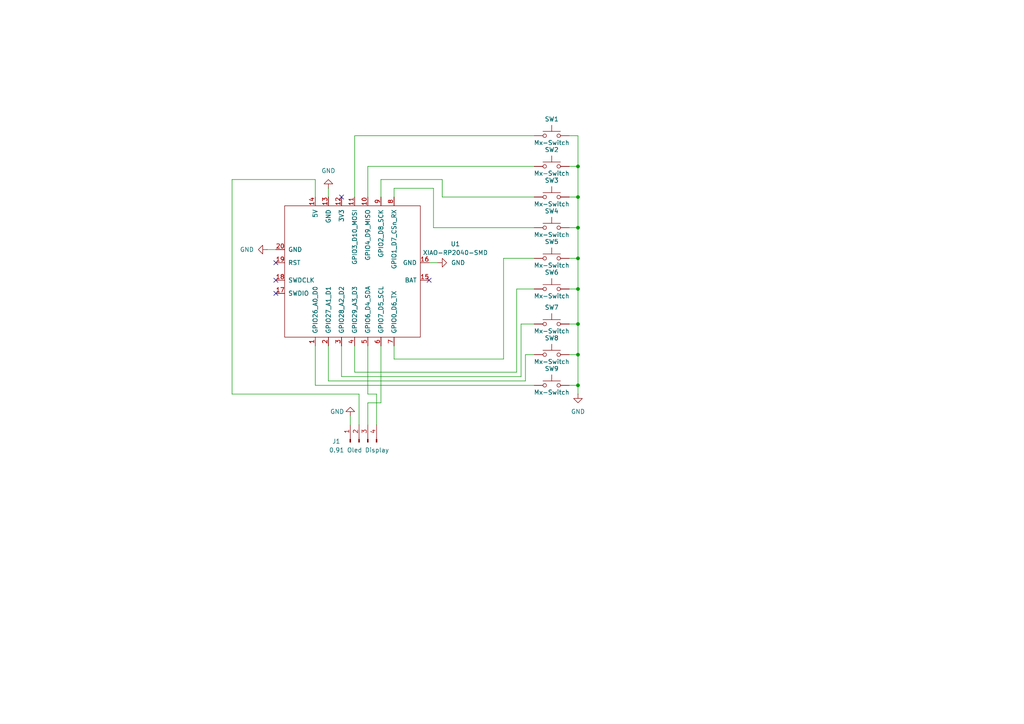
<source format=kicad_sch>
(kicad_sch
	(version 20250114)
	(generator "eeschema")
	(generator_version "9.0")
	(uuid "ed545af6-3b85-4e5b-aa49-287b8c369449")
	(paper "A4")
	(lib_symbols
		(symbol "Connector:Conn_01x04_Pin"
			(pin_names
				(offset 1.016)
				(hide yes)
			)
			(exclude_from_sim no)
			(in_bom yes)
			(on_board yes)
			(property "Reference" "J"
				(at 0 5.08 0)
				(effects
					(font
						(size 1.27 1.27)
					)
				)
			)
			(property "Value" "Conn_01x04_Pin"
				(at 0 -7.62 0)
				(effects
					(font
						(size 1.27 1.27)
					)
				)
			)
			(property "Footprint" ""
				(at 0 0 0)
				(effects
					(font
						(size 1.27 1.27)
					)
					(hide yes)
				)
			)
			(property "Datasheet" "~"
				(at 0 0 0)
				(effects
					(font
						(size 1.27 1.27)
					)
					(hide yes)
				)
			)
			(property "Description" "Generic connector, single row, 01x04, script generated"
				(at 0 0 0)
				(effects
					(font
						(size 1.27 1.27)
					)
					(hide yes)
				)
			)
			(property "ki_locked" ""
				(at 0 0 0)
				(effects
					(font
						(size 1.27 1.27)
					)
				)
			)
			(property "ki_keywords" "connector"
				(at 0 0 0)
				(effects
					(font
						(size 1.27 1.27)
					)
					(hide yes)
				)
			)
			(property "ki_fp_filters" "Connector*:*_1x??_*"
				(at 0 0 0)
				(effects
					(font
						(size 1.27 1.27)
					)
					(hide yes)
				)
			)
			(symbol "Conn_01x04_Pin_1_1"
				(rectangle
					(start 0.8636 2.667)
					(end 0 2.413)
					(stroke
						(width 0.1524)
						(type default)
					)
					(fill
						(type outline)
					)
				)
				(rectangle
					(start 0.8636 0.127)
					(end 0 -0.127)
					(stroke
						(width 0.1524)
						(type default)
					)
					(fill
						(type outline)
					)
				)
				(rectangle
					(start 0.8636 -2.413)
					(end 0 -2.667)
					(stroke
						(width 0.1524)
						(type default)
					)
					(fill
						(type outline)
					)
				)
				(rectangle
					(start 0.8636 -4.953)
					(end 0 -5.207)
					(stroke
						(width 0.1524)
						(type default)
					)
					(fill
						(type outline)
					)
				)
				(polyline
					(pts
						(xy 1.27 2.54) (xy 0.8636 2.54)
					)
					(stroke
						(width 0.1524)
						(type default)
					)
					(fill
						(type none)
					)
				)
				(polyline
					(pts
						(xy 1.27 0) (xy 0.8636 0)
					)
					(stroke
						(width 0.1524)
						(type default)
					)
					(fill
						(type none)
					)
				)
				(polyline
					(pts
						(xy 1.27 -2.54) (xy 0.8636 -2.54)
					)
					(stroke
						(width 0.1524)
						(type default)
					)
					(fill
						(type none)
					)
				)
				(polyline
					(pts
						(xy 1.27 -5.08) (xy 0.8636 -5.08)
					)
					(stroke
						(width 0.1524)
						(type default)
					)
					(fill
						(type none)
					)
				)
				(pin passive line
					(at 5.08 2.54 180)
					(length 3.81)
					(name "Pin_1"
						(effects
							(font
								(size 1.27 1.27)
							)
						)
					)
					(number "1"
						(effects
							(font
								(size 1.27 1.27)
							)
						)
					)
				)
				(pin passive line
					(at 5.08 0 180)
					(length 3.81)
					(name "Pin_2"
						(effects
							(font
								(size 1.27 1.27)
							)
						)
					)
					(number "2"
						(effects
							(font
								(size 1.27 1.27)
							)
						)
					)
				)
				(pin passive line
					(at 5.08 -2.54 180)
					(length 3.81)
					(name "Pin_3"
						(effects
							(font
								(size 1.27 1.27)
							)
						)
					)
					(number "3"
						(effects
							(font
								(size 1.27 1.27)
							)
						)
					)
				)
				(pin passive line
					(at 5.08 -5.08 180)
					(length 3.81)
					(name "Pin_4"
						(effects
							(font
								(size 1.27 1.27)
							)
						)
					)
					(number "4"
						(effects
							(font
								(size 1.27 1.27)
							)
						)
					)
				)
			)
			(embedded_fonts no)
		)
		(symbol "Seeed_Studio_XIAO_Series:XIAO-RP2040-SMD"
			(pin_names
				(offset 1.016)
			)
			(exclude_from_sim no)
			(in_bom yes)
			(on_board yes)
			(property "Reference" "U"
				(at -18.542 23.114 0)
				(effects
					(font
						(size 1.27 1.27)
					)
				)
			)
			(property "Value" "XIAO-RP2040-SMD"
				(at -8.382 21.336 0)
				(effects
					(font
						(size 1.27 1.27)
					)
				)
			)
			(property "Footprint" ""
				(at -8.89 5.08 0)
				(effects
					(font
						(size 1.27 1.27)
					)
					(hide yes)
				)
			)
			(property "Datasheet" ""
				(at -8.89 5.08 0)
				(effects
					(font
						(size 1.27 1.27)
					)
					(hide yes)
				)
			)
			(property "Description" ""
				(at 0 0 0)
				(effects
					(font
						(size 1.27 1.27)
					)
					(hide yes)
				)
			)
			(symbol "XIAO-RP2040-SMD_0_1"
				(rectangle
					(start 19.05 -19.05)
					(end -19.05 20.32)
					(stroke
						(width 0)
						(type default)
					)
					(fill
						(type none)
					)
				)
			)
			(symbol "XIAO-RP2040-SMD_1_1"
				(pin passive line
					(at -21.59 11.43 0)
					(length 2.54)
					(name "GPIO26_A0_D0"
						(effects
							(font
								(size 1.27 1.27)
							)
						)
					)
					(number "1"
						(effects
							(font
								(size 1.27 1.27)
							)
						)
					)
				)
				(pin passive line
					(at -21.59 7.62 0)
					(length 2.54)
					(name "GPIO27_A1_D1"
						(effects
							(font
								(size 1.27 1.27)
							)
						)
					)
					(number "2"
						(effects
							(font
								(size 1.27 1.27)
							)
						)
					)
				)
				(pin passive line
					(at -21.59 3.81 0)
					(length 2.54)
					(name "GPIO28_A2_D2"
						(effects
							(font
								(size 1.27 1.27)
							)
						)
					)
					(number "3"
						(effects
							(font
								(size 1.27 1.27)
							)
						)
					)
				)
				(pin passive line
					(at -21.59 0 0)
					(length 2.54)
					(name "GPIO29_A3_D3"
						(effects
							(font
								(size 1.27 1.27)
							)
						)
					)
					(number "4"
						(effects
							(font
								(size 1.27 1.27)
							)
						)
					)
				)
				(pin passive line
					(at -21.59 -3.81 0)
					(length 2.54)
					(name "GPIO6_D4_SDA"
						(effects
							(font
								(size 1.27 1.27)
							)
						)
					)
					(number "5"
						(effects
							(font
								(size 1.27 1.27)
							)
						)
					)
				)
				(pin passive line
					(at -21.59 -7.62 0)
					(length 2.54)
					(name "GPIO7_D5_SCL"
						(effects
							(font
								(size 1.27 1.27)
							)
						)
					)
					(number "6"
						(effects
							(font
								(size 1.27 1.27)
							)
						)
					)
				)
				(pin passive line
					(at -21.59 -11.43 0)
					(length 2.54)
					(name "GPIO0_D6_TX"
						(effects
							(font
								(size 1.27 1.27)
							)
						)
					)
					(number "7"
						(effects
							(font
								(size 1.27 1.27)
							)
						)
					)
				)
				(pin passive line
					(at -6.35 22.86 270)
					(length 2.54)
					(name "SWDIO"
						(effects
							(font
								(size 1.27 1.27)
							)
						)
					)
					(number "17"
						(effects
							(font
								(size 1.27 1.27)
							)
						)
					)
				)
				(pin passive line
					(at -2.54 22.86 270)
					(length 2.54)
					(name "SWDCLK"
						(effects
							(font
								(size 1.27 1.27)
							)
						)
					)
					(number "18"
						(effects
							(font
								(size 1.27 1.27)
							)
						)
					)
				)
				(pin passive line
					(at -2.54 -21.59 90)
					(length 2.54)
					(name "BAT"
						(effects
							(font
								(size 1.27 1.27)
							)
						)
					)
					(number "15"
						(effects
							(font
								(size 1.27 1.27)
							)
						)
					)
				)
				(pin passive line
					(at 2.54 22.86 270)
					(length 2.54)
					(name "RST"
						(effects
							(font
								(size 1.27 1.27)
							)
						)
					)
					(number "19"
						(effects
							(font
								(size 1.27 1.27)
							)
						)
					)
				)
				(pin passive line
					(at 2.54 -21.59 90)
					(length 2.54)
					(name "GND"
						(effects
							(font
								(size 1.27 1.27)
							)
						)
					)
					(number "16"
						(effects
							(font
								(size 1.27 1.27)
							)
						)
					)
				)
				(pin passive line
					(at 6.35 22.86 270)
					(length 2.54)
					(name "GND"
						(effects
							(font
								(size 1.27 1.27)
							)
						)
					)
					(number "20"
						(effects
							(font
								(size 1.27 1.27)
							)
						)
					)
				)
				(pin passive line
					(at 21.59 11.43 180)
					(length 2.54)
					(name "5V"
						(effects
							(font
								(size 1.27 1.27)
							)
						)
					)
					(number "14"
						(effects
							(font
								(size 1.27 1.27)
							)
						)
					)
				)
				(pin passive line
					(at 21.59 7.62 180)
					(length 2.54)
					(name "GND"
						(effects
							(font
								(size 1.27 1.27)
							)
						)
					)
					(number "13"
						(effects
							(font
								(size 1.27 1.27)
							)
						)
					)
				)
				(pin passive line
					(at 21.59 3.81 180)
					(length 2.54)
					(name "3V3"
						(effects
							(font
								(size 1.27 1.27)
							)
						)
					)
					(number "12"
						(effects
							(font
								(size 1.27 1.27)
							)
						)
					)
				)
				(pin passive line
					(at 21.59 0 180)
					(length 2.54)
					(name "GPIO3_D10_MOSI"
						(effects
							(font
								(size 1.27 1.27)
							)
						)
					)
					(number "11"
						(effects
							(font
								(size 1.27 1.27)
							)
						)
					)
				)
				(pin passive line
					(at 21.59 -3.81 180)
					(length 2.54)
					(name "GPIO4_D9_MISO"
						(effects
							(font
								(size 1.27 1.27)
							)
						)
					)
					(number "10"
						(effects
							(font
								(size 1.27 1.27)
							)
						)
					)
				)
				(pin passive line
					(at 21.59 -7.62 180)
					(length 2.54)
					(name "GPIO2_D8_SCK"
						(effects
							(font
								(size 1.27 1.27)
							)
						)
					)
					(number "9"
						(effects
							(font
								(size 1.27 1.27)
							)
						)
					)
				)
				(pin passive line
					(at 21.59 -11.43 180)
					(length 2.54)
					(name "GPIO1_D7_CSn_RX"
						(effects
							(font
								(size 1.27 1.27)
							)
						)
					)
					(number "8"
						(effects
							(font
								(size 1.27 1.27)
							)
						)
					)
				)
			)
			(embedded_fonts no)
		)
		(symbol "Switch:SW_Push"
			(pin_numbers
				(hide yes)
			)
			(pin_names
				(offset 1.016)
				(hide yes)
			)
			(exclude_from_sim no)
			(in_bom yes)
			(on_board yes)
			(property "Reference" "SW"
				(at 1.27 2.54 0)
				(effects
					(font
						(size 1.27 1.27)
					)
					(justify left)
				)
			)
			(property "Value" "SW_Push"
				(at 0 -1.524 0)
				(effects
					(font
						(size 1.27 1.27)
					)
				)
			)
			(property "Footprint" ""
				(at 0 5.08 0)
				(effects
					(font
						(size 1.27 1.27)
					)
					(hide yes)
				)
			)
			(property "Datasheet" "~"
				(at 0 5.08 0)
				(effects
					(font
						(size 1.27 1.27)
					)
					(hide yes)
				)
			)
			(property "Description" "Push button switch, generic, two pins"
				(at 0 0 0)
				(effects
					(font
						(size 1.27 1.27)
					)
					(hide yes)
				)
			)
			(property "ki_keywords" "switch normally-open pushbutton push-button"
				(at 0 0 0)
				(effects
					(font
						(size 1.27 1.27)
					)
					(hide yes)
				)
			)
			(symbol "SW_Push_0_1"
				(circle
					(center -2.032 0)
					(radius 0.508)
					(stroke
						(width 0)
						(type default)
					)
					(fill
						(type none)
					)
				)
				(polyline
					(pts
						(xy 0 1.27) (xy 0 3.048)
					)
					(stroke
						(width 0)
						(type default)
					)
					(fill
						(type none)
					)
				)
				(circle
					(center 2.032 0)
					(radius 0.508)
					(stroke
						(width 0)
						(type default)
					)
					(fill
						(type none)
					)
				)
				(polyline
					(pts
						(xy 2.54 1.27) (xy -2.54 1.27)
					)
					(stroke
						(width 0)
						(type default)
					)
					(fill
						(type none)
					)
				)
				(pin passive line
					(at -5.08 0 0)
					(length 2.54)
					(name "1"
						(effects
							(font
								(size 1.27 1.27)
							)
						)
					)
					(number "1"
						(effects
							(font
								(size 1.27 1.27)
							)
						)
					)
				)
				(pin passive line
					(at 5.08 0 180)
					(length 2.54)
					(name "2"
						(effects
							(font
								(size 1.27 1.27)
							)
						)
					)
					(number "2"
						(effects
							(font
								(size 1.27 1.27)
							)
						)
					)
				)
			)
			(embedded_fonts no)
		)
		(symbol "power:GND"
			(power)
			(pin_numbers
				(hide yes)
			)
			(pin_names
				(offset 0)
				(hide yes)
			)
			(exclude_from_sim no)
			(in_bom yes)
			(on_board yes)
			(property "Reference" "#PWR"
				(at 0 -6.35 0)
				(effects
					(font
						(size 1.27 1.27)
					)
					(hide yes)
				)
			)
			(property "Value" "GND"
				(at 0 -3.81 0)
				(effects
					(font
						(size 1.27 1.27)
					)
				)
			)
			(property "Footprint" ""
				(at 0 0 0)
				(effects
					(font
						(size 1.27 1.27)
					)
					(hide yes)
				)
			)
			(property "Datasheet" ""
				(at 0 0 0)
				(effects
					(font
						(size 1.27 1.27)
					)
					(hide yes)
				)
			)
			(property "Description" "Power symbol creates a global label with name \"GND\" , ground"
				(at 0 0 0)
				(effects
					(font
						(size 1.27 1.27)
					)
					(hide yes)
				)
			)
			(property "ki_keywords" "global power"
				(at 0 0 0)
				(effects
					(font
						(size 1.27 1.27)
					)
					(hide yes)
				)
			)
			(symbol "GND_0_1"
				(polyline
					(pts
						(xy 0 0) (xy 0 -1.27) (xy 1.27 -1.27) (xy 0 -2.54) (xy -1.27 -1.27) (xy 0 -1.27)
					)
					(stroke
						(width 0)
						(type default)
					)
					(fill
						(type none)
					)
				)
			)
			(symbol "GND_1_1"
				(pin power_in line
					(at 0 0 270)
					(length 0)
					(name "~"
						(effects
							(font
								(size 1.27 1.27)
							)
						)
					)
					(number "1"
						(effects
							(font
								(size 1.27 1.27)
							)
						)
					)
				)
			)
			(embedded_fonts no)
		)
	)
	(junction
		(at 167.64 74.93)
		(diameter 0)
		(color 0 0 0 0)
		(uuid "16f80a31-be9d-48fc-81d0-c58d99e38a1f")
	)
	(junction
		(at 167.64 93.98)
		(diameter 0)
		(color 0 0 0 0)
		(uuid "4b229814-65ec-4d6f-987f-1e1e3e39d166")
	)
	(junction
		(at 167.64 111.76)
		(diameter 0)
		(color 0 0 0 0)
		(uuid "7aaf0079-6c19-42aa-9672-c6ea1c922e90")
	)
	(junction
		(at 167.64 102.87)
		(diameter 0)
		(color 0 0 0 0)
		(uuid "80c70b83-17f6-4294-84c5-469ad9e88e92")
	)
	(junction
		(at 167.64 83.82)
		(diameter 0)
		(color 0 0 0 0)
		(uuid "969b904c-76ee-43c0-bdb6-5e683a2c11c8")
	)
	(junction
		(at 167.64 66.04)
		(diameter 0)
		(color 0 0 0 0)
		(uuid "d55292b1-ff60-4483-ad5b-1f6aa820751f")
	)
	(junction
		(at 167.64 48.26)
		(diameter 0)
		(color 0 0 0 0)
		(uuid "d8be2b92-454d-4b61-bf17-e9bcbba1757a")
	)
	(junction
		(at 167.64 57.15)
		(diameter 0)
		(color 0 0 0 0)
		(uuid "ffdf7e51-5248-47b1-863a-e2b47f261864")
	)
	(no_connect
		(at 99.06 57.15)
		(uuid "35d62dc7-48ab-4816-8c1a-4f17c1563919")
	)
	(no_connect
		(at 80.01 81.28)
		(uuid "3df4f9c1-f5b8-4cba-a8af-dd91fd371a6d")
	)
	(no_connect
		(at 80.01 85.09)
		(uuid "c9c8174e-8b78-4c14-a4d5-70fb25c2fec7")
	)
	(no_connect
		(at 124.46 81.28)
		(uuid "d3affb18-5352-436f-b1b4-78c6b835b970")
	)
	(no_connect
		(at 80.01 76.2)
		(uuid "f146d120-4120-463c-a337-419f88f4f5a4")
	)
	(wire
		(pts
			(xy 165.1 111.76) (xy 167.64 111.76)
		)
		(stroke
			(width 0)
			(type default)
		)
		(uuid "04fd07fc-3702-4023-bbed-8ae8b004ab5f")
	)
	(wire
		(pts
			(xy 165.1 48.26) (xy 167.64 48.26)
		)
		(stroke
			(width 0)
			(type default)
		)
		(uuid "0a278e5b-84a1-465a-8195-b47476bb61cf")
	)
	(wire
		(pts
			(xy 95.25 110.49) (xy 152.4 110.49)
		)
		(stroke
			(width 0)
			(type default)
		)
		(uuid "0e52197e-4b52-4227-bd75-22a560293470")
	)
	(wire
		(pts
			(xy 167.64 111.76) (xy 167.64 114.3)
		)
		(stroke
			(width 0)
			(type default)
		)
		(uuid "135f6306-eddb-410e-8c21-a315635e0fb7")
	)
	(wire
		(pts
			(xy 124.46 76.2) (xy 127 76.2)
		)
		(stroke
			(width 0)
			(type default)
		)
		(uuid "156db897-e13b-4714-a782-bb98fa62407e")
	)
	(wire
		(pts
			(xy 167.64 48.26) (xy 167.64 57.15)
		)
		(stroke
			(width 0)
			(type default)
		)
		(uuid "18924f9a-7383-4249-8fbc-2877d497eba9")
	)
	(wire
		(pts
			(xy 102.87 57.15) (xy 102.87 39.37)
		)
		(stroke
			(width 0)
			(type default)
		)
		(uuid "1defee0b-7d28-49bc-97b4-c7adabbd49e0")
	)
	(wire
		(pts
			(xy 106.68 100.33) (xy 106.68 114.3)
		)
		(stroke
			(width 0)
			(type default)
		)
		(uuid "1edee187-6d31-4978-a186-c12bcb4417f3")
	)
	(wire
		(pts
			(xy 67.31 52.07) (xy 91.44 52.07)
		)
		(stroke
			(width 0)
			(type default)
		)
		(uuid "1f71a78d-74d2-4e68-b2fc-9e631d38bc01")
	)
	(wire
		(pts
			(xy 114.3 104.14) (xy 146.05 104.14)
		)
		(stroke
			(width 0)
			(type default)
		)
		(uuid "20290e19-bae0-4b01-8813-906fe4f282c2")
	)
	(wire
		(pts
			(xy 114.3 57.15) (xy 114.3 54.61)
		)
		(stroke
			(width 0)
			(type default)
		)
		(uuid "26e8828c-0560-4748-9b24-a8e8a705c1ba")
	)
	(wire
		(pts
			(xy 104.14 114.3) (xy 67.31 114.3)
		)
		(stroke
			(width 0)
			(type default)
		)
		(uuid "2820ef93-a292-42c3-9f10-6df49d7540b9")
	)
	(wire
		(pts
			(xy 106.68 114.3) (xy 109.22 114.3)
		)
		(stroke
			(width 0)
			(type default)
		)
		(uuid "2c4706b9-83a2-442f-ab0a-188d1c9e8e86")
	)
	(wire
		(pts
			(xy 167.64 83.82) (xy 167.64 93.98)
		)
		(stroke
			(width 0)
			(type default)
		)
		(uuid "2c5cb833-c939-4c9d-aeb5-76bd3c79f218")
	)
	(wire
		(pts
			(xy 101.6 120.65) (xy 101.6 123.19)
		)
		(stroke
			(width 0)
			(type default)
		)
		(uuid "334cd39e-4532-4481-91e6-625a36070dc9")
	)
	(wire
		(pts
			(xy 167.64 74.93) (xy 167.64 83.82)
		)
		(stroke
			(width 0)
			(type default)
		)
		(uuid "37f37cf6-81da-403b-8cd4-3bb08a0763c8")
	)
	(wire
		(pts
			(xy 146.05 74.93) (xy 154.94 74.93)
		)
		(stroke
			(width 0)
			(type default)
		)
		(uuid "3a95aa85-277a-486f-ad2f-d4902a7dc000")
	)
	(wire
		(pts
			(xy 165.1 74.93) (xy 167.64 74.93)
		)
		(stroke
			(width 0)
			(type default)
		)
		(uuid "3bb3e316-fcc9-4e89-9024-1f828117824b")
	)
	(wire
		(pts
			(xy 167.64 102.87) (xy 167.64 111.76)
		)
		(stroke
			(width 0)
			(type default)
		)
		(uuid "3ce250da-88b5-4603-9c10-99863a01c873")
	)
	(wire
		(pts
			(xy 110.49 100.33) (xy 110.49 116.84)
		)
		(stroke
			(width 0)
			(type default)
		)
		(uuid "42548aa6-fd8a-47f6-8f8d-d3a8b1508a9b")
	)
	(wire
		(pts
			(xy 165.1 83.82) (xy 167.64 83.82)
		)
		(stroke
			(width 0)
			(type default)
		)
		(uuid "44a9adaa-f82b-47d8-99a0-40c9513f4901")
	)
	(wire
		(pts
			(xy 99.06 100.33) (xy 99.06 109.22)
		)
		(stroke
			(width 0)
			(type default)
		)
		(uuid "4c5d96e0-8912-4526-89e8-ca44a72a823c")
	)
	(wire
		(pts
			(xy 91.44 100.33) (xy 91.44 111.76)
		)
		(stroke
			(width 0)
			(type default)
		)
		(uuid "4c7c4127-427e-49fb-9cdf-fa76b0dd0234")
	)
	(wire
		(pts
			(xy 152.4 110.49) (xy 152.4 102.87)
		)
		(stroke
			(width 0)
			(type default)
		)
		(uuid "4e7fead0-4540-4647-86ce-0de73aef837d")
	)
	(wire
		(pts
			(xy 104.14 123.19) (xy 104.14 114.3)
		)
		(stroke
			(width 0)
			(type default)
		)
		(uuid "4ee759c9-69ba-4ee6-b170-4c699de143fe")
	)
	(wire
		(pts
			(xy 99.06 109.22) (xy 151.13 109.22)
		)
		(stroke
			(width 0)
			(type default)
		)
		(uuid "5204ba2c-6eaa-4010-9a46-513871f92e7b")
	)
	(wire
		(pts
			(xy 167.64 66.04) (xy 167.64 74.93)
		)
		(stroke
			(width 0)
			(type default)
		)
		(uuid "54c0c011-9f8c-43df-967b-f92a825b6586")
	)
	(wire
		(pts
			(xy 167.64 93.98) (xy 167.64 102.87)
		)
		(stroke
			(width 0)
			(type default)
		)
		(uuid "559b6f3e-8493-4802-9c85-1e76d79a0175")
	)
	(wire
		(pts
			(xy 114.3 100.33) (xy 114.3 104.14)
		)
		(stroke
			(width 0)
			(type default)
		)
		(uuid "5e64691d-887d-4634-9668-3d5110d92a93")
	)
	(wire
		(pts
			(xy 91.44 52.07) (xy 91.44 57.15)
		)
		(stroke
			(width 0)
			(type default)
		)
		(uuid "66b8f75d-a1dd-400a-9aef-658c319a868d")
	)
	(wire
		(pts
			(xy 149.86 83.82) (xy 154.94 83.82)
		)
		(stroke
			(width 0)
			(type default)
		)
		(uuid "6c7af566-3734-4717-bc95-db31042a8669")
	)
	(wire
		(pts
			(xy 125.73 54.61) (xy 125.73 66.04)
		)
		(stroke
			(width 0)
			(type default)
		)
		(uuid "72b75ee4-23fb-4b4c-9cc1-6167938edd5f")
	)
	(wire
		(pts
			(xy 102.87 100.33) (xy 102.87 107.95)
		)
		(stroke
			(width 0)
			(type default)
		)
		(uuid "74f28d63-3d4c-4bd2-97f1-fe88cb6f9e27")
	)
	(wire
		(pts
			(xy 106.68 48.26) (xy 154.94 48.26)
		)
		(stroke
			(width 0)
			(type default)
		)
		(uuid "83abd091-ce8b-4c4e-9e88-eb320267f91a")
	)
	(wire
		(pts
			(xy 149.86 107.95) (xy 149.86 83.82)
		)
		(stroke
			(width 0)
			(type default)
		)
		(uuid "85e81fef-f56a-45da-8f60-698f58864ede")
	)
	(wire
		(pts
			(xy 165.1 66.04) (xy 167.64 66.04)
		)
		(stroke
			(width 0)
			(type default)
		)
		(uuid "8c641994-584b-406d-ae22-505be1760f10")
	)
	(wire
		(pts
			(xy 102.87 107.95) (xy 149.86 107.95)
		)
		(stroke
			(width 0)
			(type default)
		)
		(uuid "97af9e1b-b039-4b79-af10-f08de03da689")
	)
	(wire
		(pts
			(xy 146.05 104.14) (xy 146.05 74.93)
		)
		(stroke
			(width 0)
			(type default)
		)
		(uuid "99e18f8b-f198-4dfd-8a09-5f3dbc929709")
	)
	(wire
		(pts
			(xy 125.73 66.04) (xy 154.94 66.04)
		)
		(stroke
			(width 0)
			(type default)
		)
		(uuid "9c1d6544-0b0d-43ef-920d-741ece41a814")
	)
	(wire
		(pts
			(xy 95.25 54.61) (xy 95.25 57.15)
		)
		(stroke
			(width 0)
			(type default)
		)
		(uuid "9e5ed0c7-b1dc-44a4-8bf8-ec2532633cce")
	)
	(wire
		(pts
			(xy 110.49 52.07) (xy 128.27 52.07)
		)
		(stroke
			(width 0)
			(type default)
		)
		(uuid "9f73d7df-dda1-49e9-ba5e-263bca890f13")
	)
	(wire
		(pts
			(xy 167.64 57.15) (xy 167.64 66.04)
		)
		(stroke
			(width 0)
			(type default)
		)
		(uuid "a88f978a-52e7-49bd-86a5-a64ffe5eb48d")
	)
	(wire
		(pts
			(xy 102.87 39.37) (xy 154.94 39.37)
		)
		(stroke
			(width 0)
			(type default)
		)
		(uuid "af5afa63-f32c-4d84-9ead-43dd32299403")
	)
	(wire
		(pts
			(xy 165.1 39.37) (xy 167.64 39.37)
		)
		(stroke
			(width 0)
			(type default)
		)
		(uuid "b859baaa-3b04-4ef6-a3cb-e13a4e76855e")
	)
	(wire
		(pts
			(xy 151.13 93.98) (xy 154.94 93.98)
		)
		(stroke
			(width 0)
			(type default)
		)
		(uuid "bccc70dc-3882-49e9-8441-86906db62e4d")
	)
	(wire
		(pts
			(xy 151.13 109.22) (xy 151.13 93.98)
		)
		(stroke
			(width 0)
			(type default)
		)
		(uuid "c5808659-01af-41c1-97d2-54f61415e9de")
	)
	(wire
		(pts
			(xy 109.22 114.3) (xy 109.22 123.19)
		)
		(stroke
			(width 0)
			(type default)
		)
		(uuid "c7cd266f-67bb-4735-ad26-22352114a581")
	)
	(wire
		(pts
			(xy 110.49 57.15) (xy 110.49 52.07)
		)
		(stroke
			(width 0)
			(type default)
		)
		(uuid "ca5210e8-2fe0-4748-ba16-bcdf78a2d245")
	)
	(wire
		(pts
			(xy 167.64 39.37) (xy 167.64 48.26)
		)
		(stroke
			(width 0)
			(type default)
		)
		(uuid "cf13fe58-454b-47fa-ad91-3135608ee0d8")
	)
	(wire
		(pts
			(xy 91.44 111.76) (xy 154.94 111.76)
		)
		(stroke
			(width 0)
			(type default)
		)
		(uuid "d2d0dc22-6666-44bd-ac8c-127900f1a592")
	)
	(wire
		(pts
			(xy 128.27 52.07) (xy 128.27 57.15)
		)
		(stroke
			(width 0)
			(type default)
		)
		(uuid "db137a02-da85-40ac-9950-31bfdc54b40f")
	)
	(wire
		(pts
			(xy 128.27 57.15) (xy 154.94 57.15)
		)
		(stroke
			(width 0)
			(type default)
		)
		(uuid "e1f0a6a8-b575-4894-ad15-e38396bbb284")
	)
	(wire
		(pts
			(xy 67.31 114.3) (xy 67.31 52.07)
		)
		(stroke
			(width 0)
			(type default)
		)
		(uuid "e4056c93-da4f-4d2b-9714-45ef5ab90769")
	)
	(wire
		(pts
			(xy 106.68 57.15) (xy 106.68 48.26)
		)
		(stroke
			(width 0)
			(type default)
		)
		(uuid "e49c4f51-574d-4b2b-990a-ab2d80c98cc8")
	)
	(wire
		(pts
			(xy 165.1 93.98) (xy 167.64 93.98)
		)
		(stroke
			(width 0)
			(type default)
		)
		(uuid "e6b2af99-8fe2-4f1a-ba0f-c24c16fe1f32")
	)
	(wire
		(pts
			(xy 152.4 102.87) (xy 154.94 102.87)
		)
		(stroke
			(width 0)
			(type default)
		)
		(uuid "e7fd1825-6dd2-4890-a75c-be1d0512c43a")
	)
	(wire
		(pts
			(xy 165.1 57.15) (xy 167.64 57.15)
		)
		(stroke
			(width 0)
			(type default)
		)
		(uuid "e8f56a73-3ec0-4165-b407-069cf7f462f6")
	)
	(wire
		(pts
			(xy 95.25 100.33) (xy 95.25 110.49)
		)
		(stroke
			(width 0)
			(type default)
		)
		(uuid "eaec06ac-b650-475c-9721-75711bcafbf9")
	)
	(wire
		(pts
			(xy 165.1 102.87) (xy 167.64 102.87)
		)
		(stroke
			(width 0)
			(type default)
		)
		(uuid "f3c3b722-1425-44ce-a368-1371d1ebf9e6")
	)
	(wire
		(pts
			(xy 110.49 116.84) (xy 106.68 116.84)
		)
		(stroke
			(width 0)
			(type default)
		)
		(uuid "f6004698-d743-4034-9e5e-dbe03a38a21d")
	)
	(wire
		(pts
			(xy 106.68 116.84) (xy 106.68 123.19)
		)
		(stroke
			(width 0)
			(type default)
		)
		(uuid "f6bb07db-479b-44d7-b959-6fc64b66db65")
	)
	(wire
		(pts
			(xy 77.47 72.39) (xy 80.01 72.39)
		)
		(stroke
			(width 0)
			(type default)
		)
		(uuid "f9a3c0af-7479-4fe5-afb9-25f37ee99716")
	)
	(wire
		(pts
			(xy 114.3 54.61) (xy 125.73 54.61)
		)
		(stroke
			(width 0)
			(type default)
		)
		(uuid "fdf3f0d8-894f-4430-a3e7-aeaead66bb42")
	)
	(symbol
		(lib_id "power:GND")
		(at 127 76.2 90)
		(unit 1)
		(exclude_from_sim no)
		(in_bom yes)
		(on_board yes)
		(dnp no)
		(fields_autoplaced yes)
		(uuid "04c73a90-910a-42ab-9563-8f97342da55b")
		(property "Reference" "#PWR02"
			(at 133.35 76.2 0)
			(effects
				(font
					(size 1.27 1.27)
				)
				(hide yes)
			)
		)
		(property "Value" "GND"
			(at 130.81 76.1999 90)
			(effects
				(font
					(size 1.27 1.27)
				)
				(justify right)
			)
		)
		(property "Footprint" ""
			(at 127 76.2 0)
			(effects
				(font
					(size 1.27 1.27)
				)
				(hide yes)
			)
		)
		(property "Datasheet" ""
			(at 127 76.2 0)
			(effects
				(font
					(size 1.27 1.27)
				)
				(hide yes)
			)
		)
		(property "Description" "Power symbol creates a global label with name \"GND\" , ground"
			(at 127 76.2 0)
			(effects
				(font
					(size 1.27 1.27)
				)
				(hide yes)
			)
		)
		(pin "1"
			(uuid "c338d249-73a5-43df-9b40-b0f20e6ecf3f")
		)
		(instances
			(project ""
				(path "/ed545af6-3b85-4e5b-aa49-287b8c369449"
					(reference "#PWR02")
					(unit 1)
				)
			)
		)
	)
	(symbol
		(lib_id "Switch:SW_Push")
		(at 160.02 39.37 0)
		(unit 1)
		(exclude_from_sim no)
		(in_bom yes)
		(on_board yes)
		(dnp no)
		(uuid "0e59ef1b-22a0-4b8c-afcd-73efef22cc09")
		(property "Reference" "SW1"
			(at 160.02 34.544 0)
			(effects
				(font
					(size 1.27 1.27)
				)
			)
		)
		(property "Value" "Mx-Switch"
			(at 160.02 41.402 0)
			(effects
				(font
					(size 1.27 1.27)
				)
			)
		)
		(property "Footprint" "PCM_Switch_Keyboard_Cherry_MX:SW_Cherry_MX_PCB_1.00u"
			(at 160.02 34.29 0)
			(effects
				(font
					(size 1.27 1.27)
				)
				(hide yes)
			)
		)
		(property "Datasheet" "~"
			(at 160.02 34.29 0)
			(effects
				(font
					(size 1.27 1.27)
				)
				(hide yes)
			)
		)
		(property "Description" "Push button switch, generic, two pins"
			(at 160.02 39.37 0)
			(effects
				(font
					(size 1.27 1.27)
				)
				(hide yes)
			)
		)
		(pin "2"
			(uuid "49e06d84-02ae-48ce-808e-e715e7d40404")
		)
		(pin "1"
			(uuid "3078f7d5-5e89-4f12-aec5-f2344bae0d9a")
		)
		(instances
			(project ""
				(path "/ed545af6-3b85-4e5b-aa49-287b8c369449"
					(reference "SW1")
					(unit 1)
				)
			)
		)
	)
	(symbol
		(lib_id "Switch:SW_Push")
		(at 160.02 83.82 0)
		(unit 1)
		(exclude_from_sim no)
		(in_bom yes)
		(on_board yes)
		(dnp no)
		(uuid "25153d5e-6029-4702-b7d5-541f1dd85938")
		(property "Reference" "SW6"
			(at 160.02 78.994 0)
			(effects
				(font
					(size 1.27 1.27)
				)
			)
		)
		(property "Value" "Mx-Switch"
			(at 160.02 85.852 0)
			(effects
				(font
					(size 1.27 1.27)
				)
			)
		)
		(property "Footprint" "PCM_Switch_Keyboard_Cherry_MX:SW_Cherry_MX_PCB_1.00u"
			(at 160.02 78.74 0)
			(effects
				(font
					(size 1.27 1.27)
				)
				(hide yes)
			)
		)
		(property "Datasheet" "~"
			(at 160.02 78.74 0)
			(effects
				(font
					(size 1.27 1.27)
				)
				(hide yes)
			)
		)
		(property "Description" "Push button switch, generic, two pins"
			(at 160.02 83.82 0)
			(effects
				(font
					(size 1.27 1.27)
				)
				(hide yes)
			)
		)
		(pin "2"
			(uuid "7c255d43-2571-468a-ba5b-b908c553b854")
		)
		(pin "1"
			(uuid "54623e56-8e5c-42a0-a920-a7738fe54b9a")
		)
		(instances
			(project "Fi-Pad"
				(path "/ed545af6-3b85-4e5b-aa49-287b8c369449"
					(reference "SW6")
					(unit 1)
				)
			)
		)
	)
	(symbol
		(lib_id "Connector:Conn_01x04_Pin")
		(at 104.14 128.27 90)
		(unit 1)
		(exclude_from_sim no)
		(in_bom yes)
		(on_board yes)
		(dnp no)
		(uuid "282abbf6-3f6f-4cdc-81de-8a05f79669fb")
		(property "Reference" "J1"
			(at 97.536 128.016 90)
			(effects
				(font
					(size 1.27 1.27)
				)
			)
		)
		(property "Value" "0.91 Oled Display"
			(at 104.14 130.556 90)
			(effects
				(font
					(size 1.27 1.27)
				)
			)
		)
		(property "Footprint" "Connector_PinSocket_2.00mm:PinSocket_1x04_P2.00mm_Vertical"
			(at 104.14 128.27 0)
			(effects
				(font
					(size 1.27 1.27)
				)
				(hide yes)
			)
		)
		(property "Datasheet" "~"
			(at 104.14 128.27 0)
			(effects
				(font
					(size 1.27 1.27)
				)
				(hide yes)
			)
		)
		(property "Description" "Generic connector, single row, 01x04, script generated"
			(at 104.14 128.27 0)
			(effects
				(font
					(size 1.27 1.27)
				)
				(hide yes)
			)
		)
		(pin "1"
			(uuid "710fa587-0ba2-4b05-a4eb-28bf82e2adb8")
		)
		(pin "2"
			(uuid "84f2de36-8389-432a-b0e5-3158a369a2a6")
		)
		(pin "4"
			(uuid "dff980f4-0f6e-42b4-87fb-38f17fa7cb81")
		)
		(pin "3"
			(uuid "88b5f474-6122-4ac7-ba52-92e4c0f39f94")
		)
		(instances
			(project ""
				(path "/ed545af6-3b85-4e5b-aa49-287b8c369449"
					(reference "J1")
					(unit 1)
				)
			)
		)
	)
	(symbol
		(lib_id "power:GND")
		(at 101.6 120.65 180)
		(unit 1)
		(exclude_from_sim no)
		(in_bom yes)
		(on_board yes)
		(dnp no)
		(uuid "342eada2-fc88-4d1e-8422-e0a271937b62")
		(property "Reference" "#PWR05"
			(at 101.6 114.3 0)
			(effects
				(font
					(size 1.27 1.27)
				)
				(hide yes)
			)
		)
		(property "Value" "GND"
			(at 97.79 119.38 0)
			(effects
				(font
					(size 1.27 1.27)
				)
			)
		)
		(property "Footprint" ""
			(at 101.6 120.65 0)
			(effects
				(font
					(size 1.27 1.27)
				)
				(hide yes)
			)
		)
		(property "Datasheet" ""
			(at 101.6 120.65 0)
			(effects
				(font
					(size 1.27 1.27)
				)
				(hide yes)
			)
		)
		(property "Description" "Power symbol creates a global label with name \"GND\" , ground"
			(at 101.6 120.65 0)
			(effects
				(font
					(size 1.27 1.27)
				)
				(hide yes)
			)
		)
		(pin "1"
			(uuid "64ceedfc-6c36-4c07-bb31-7c9106f7d925")
		)
		(instances
			(project "Fi-Pad"
				(path "/ed545af6-3b85-4e5b-aa49-287b8c369449"
					(reference "#PWR05")
					(unit 1)
				)
			)
		)
	)
	(symbol
		(lib_id "Seeed_Studio_XIAO_Series:XIAO-RP2040-SMD")
		(at 102.87 78.74 90)
		(unit 1)
		(exclude_from_sim no)
		(in_bom yes)
		(on_board yes)
		(dnp no)
		(fields_autoplaced yes)
		(uuid "4a916f72-b4d2-48c4-9149-e03b5b939875")
		(property "Reference" "U1"
			(at 132.08 70.7546 90)
			(effects
				(font
					(size 1.27 1.27)
				)
			)
		)
		(property "Value" "XIAO-RP2040-SMD"
			(at 132.08 73.2946 90)
			(effects
				(font
					(size 1.27 1.27)
				)
			)
		)
		(property "Footprint" "Seeed Studio XIAO Series Library:XIAO-RP2040-SMD"
			(at 97.79 87.63 0)
			(effects
				(font
					(size 1.27 1.27)
				)
				(hide yes)
			)
		)
		(property "Datasheet" ""
			(at 97.79 87.63 0)
			(effects
				(font
					(size 1.27 1.27)
				)
				(hide yes)
			)
		)
		(property "Description" ""
			(at 102.87 78.74 0)
			(effects
				(font
					(size 1.27 1.27)
				)
				(hide yes)
			)
		)
		(pin "15"
			(uuid "f2b7461a-2ed1-44c2-867c-b7a4819756c2")
		)
		(pin "19"
			(uuid "b9c73040-5617-48c7-a3ac-9c1a32fdd449")
		)
		(pin "6"
			(uuid "3b00affc-856b-4885-849c-bbcb160085d6")
		)
		(pin "11"
			(uuid "68ae1dfe-4568-4669-a2a5-81b7c855c5db")
		)
		(pin "8"
			(uuid "304fce7d-6d33-4479-bb2b-6154637bf8f0")
		)
		(pin "18"
			(uuid "fe954078-e3aa-48bc-9f14-5e0b16ef6145")
		)
		(pin "13"
			(uuid "9d8b6bf7-6a61-4de8-a454-2189cd5808f4")
		)
		(pin "5"
			(uuid "44f2f32a-2201-4787-8af4-627845476efb")
		)
		(pin "12"
			(uuid "bcd9be50-d2b7-47be-bf4b-e65221c1c44c")
		)
		(pin "10"
			(uuid "c303c838-f7b2-4d61-a1ed-d8870ac0f075")
		)
		(pin "2"
			(uuid "0a34feb0-53ed-42f9-aaa8-edab02780ef0")
		)
		(pin "17"
			(uuid "96339083-f863-400d-acb3-729d31c0ec67")
		)
		(pin "3"
			(uuid "993fc521-8a84-4ba5-b00e-91b4035825a0")
		)
		(pin "4"
			(uuid "7c5689a2-1ac9-4b01-b6f5-2095b4124a7c")
		)
		(pin "7"
			(uuid "fc7c1757-736b-4511-ad55-c3e918f63117")
		)
		(pin "20"
			(uuid "522389c2-804f-48e5-bb22-45c793ad342f")
		)
		(pin "1"
			(uuid "956af94a-3441-4054-9ba6-d61f1600a94d")
		)
		(pin "14"
			(uuid "f53d5a46-0dba-4cbb-8edd-149e3a7e7483")
		)
		(pin "16"
			(uuid "03bc3865-ffed-4e74-bcbb-011edf6303d5")
		)
		(pin "9"
			(uuid "cef966e5-5833-40eb-83c9-11c55b31a89b")
		)
		(instances
			(project ""
				(path "/ed545af6-3b85-4e5b-aa49-287b8c369449"
					(reference "U1")
					(unit 1)
				)
			)
		)
	)
	(symbol
		(lib_id "Switch:SW_Push")
		(at 160.02 102.87 0)
		(unit 1)
		(exclude_from_sim no)
		(in_bom yes)
		(on_board yes)
		(dnp no)
		(uuid "5eff91c6-60fd-4a17-970f-d6a5dc9636d4")
		(property "Reference" "SW8"
			(at 160.02 98.044 0)
			(effects
				(font
					(size 1.27 1.27)
				)
			)
		)
		(property "Value" "Mx-Switch"
			(at 160.02 104.902 0)
			(effects
				(font
					(size 1.27 1.27)
				)
			)
		)
		(property "Footprint" "PCM_Switch_Keyboard_Cherry_MX:SW_Cherry_MX_PCB_1.00u"
			(at 160.02 97.79 0)
			(effects
				(font
					(size 1.27 1.27)
				)
				(hide yes)
			)
		)
		(property "Datasheet" "~"
			(at 160.02 97.79 0)
			(effects
				(font
					(size 1.27 1.27)
				)
				(hide yes)
			)
		)
		(property "Description" "Push button switch, generic, two pins"
			(at 160.02 102.87 0)
			(effects
				(font
					(size 1.27 1.27)
				)
				(hide yes)
			)
		)
		(pin "2"
			(uuid "c61cab22-e282-44e8-bc87-260cece0a964")
		)
		(pin "1"
			(uuid "74b6d724-ccd5-445c-a127-b84dc29fdf7d")
		)
		(instances
			(project "Fi-Pad"
				(path "/ed545af6-3b85-4e5b-aa49-287b8c369449"
					(reference "SW8")
					(unit 1)
				)
			)
		)
	)
	(symbol
		(lib_id "power:GND")
		(at 95.25 54.61 180)
		(unit 1)
		(exclude_from_sim no)
		(in_bom yes)
		(on_board yes)
		(dnp no)
		(fields_autoplaced yes)
		(uuid "7606e4f9-13a3-44f0-845b-e6c96aa4fddf")
		(property "Reference" "#PWR03"
			(at 95.25 48.26 0)
			(effects
				(font
					(size 1.27 1.27)
				)
				(hide yes)
			)
		)
		(property "Value" "GND"
			(at 95.25 49.53 0)
			(effects
				(font
					(size 1.27 1.27)
				)
			)
		)
		(property "Footprint" ""
			(at 95.25 54.61 0)
			(effects
				(font
					(size 1.27 1.27)
				)
				(hide yes)
			)
		)
		(property "Datasheet" ""
			(at 95.25 54.61 0)
			(effects
				(font
					(size 1.27 1.27)
				)
				(hide yes)
			)
		)
		(property "Description" "Power symbol creates a global label with name \"GND\" , ground"
			(at 95.25 54.61 0)
			(effects
				(font
					(size 1.27 1.27)
				)
				(hide yes)
			)
		)
		(pin "1"
			(uuid "f0ba4bbd-fad1-4988-847e-fb472f8aa55a")
		)
		(instances
			(project "Fi-Pad"
				(path "/ed545af6-3b85-4e5b-aa49-287b8c369449"
					(reference "#PWR03")
					(unit 1)
				)
			)
		)
	)
	(symbol
		(lib_id "Switch:SW_Push")
		(at 160.02 74.93 0)
		(unit 1)
		(exclude_from_sim no)
		(in_bom yes)
		(on_board yes)
		(dnp no)
		(uuid "7f52a5d0-b57e-4e2d-9bea-878e370ef4f3")
		(property "Reference" "SW5"
			(at 160.02 70.104 0)
			(effects
				(font
					(size 1.27 1.27)
				)
			)
		)
		(property "Value" "Mx-Switch"
			(at 160.02 76.962 0)
			(effects
				(font
					(size 1.27 1.27)
				)
			)
		)
		(property "Footprint" "PCM_Switch_Keyboard_Cherry_MX:SW_Cherry_MX_PCB_1.00u"
			(at 160.02 69.85 0)
			(effects
				(font
					(size 1.27 1.27)
				)
				(hide yes)
			)
		)
		(property "Datasheet" "~"
			(at 160.02 69.85 0)
			(effects
				(font
					(size 1.27 1.27)
				)
				(hide yes)
			)
		)
		(property "Description" "Push button switch, generic, two pins"
			(at 160.02 74.93 0)
			(effects
				(font
					(size 1.27 1.27)
				)
				(hide yes)
			)
		)
		(pin "2"
			(uuid "da3d173d-1c73-4e50-8964-d43fb049e194")
		)
		(pin "1"
			(uuid "5c97fb95-ca5b-487e-b6c6-2dbde1668aaa")
		)
		(instances
			(project "Fi-Pad"
				(path "/ed545af6-3b85-4e5b-aa49-287b8c369449"
					(reference "SW5")
					(unit 1)
				)
			)
		)
	)
	(symbol
		(lib_id "Switch:SW_Push")
		(at 160.02 66.04 0)
		(unit 1)
		(exclude_from_sim no)
		(in_bom yes)
		(on_board yes)
		(dnp no)
		(uuid "9663f80d-47bb-4834-9022-41db0f41d1f0")
		(property "Reference" "SW4"
			(at 160.02 61.214 0)
			(effects
				(font
					(size 1.27 1.27)
				)
			)
		)
		(property "Value" "Mx-Switch"
			(at 160.02 68.072 0)
			(effects
				(font
					(size 1.27 1.27)
				)
			)
		)
		(property "Footprint" "PCM_Switch_Keyboard_Cherry_MX:SW_Cherry_MX_PCB_1.00u"
			(at 160.02 60.96 0)
			(effects
				(font
					(size 1.27 1.27)
				)
				(hide yes)
			)
		)
		(property "Datasheet" "~"
			(at 160.02 60.96 0)
			(effects
				(font
					(size 1.27 1.27)
				)
				(hide yes)
			)
		)
		(property "Description" "Push button switch, generic, two pins"
			(at 160.02 66.04 0)
			(effects
				(font
					(size 1.27 1.27)
				)
				(hide yes)
			)
		)
		(pin "2"
			(uuid "d1e81dcd-7125-40ef-ba19-04c89725aa73")
		)
		(pin "1"
			(uuid "c1071581-00c5-400e-948d-54dd171f569b")
		)
		(instances
			(project "Fi-Pad"
				(path "/ed545af6-3b85-4e5b-aa49-287b8c369449"
					(reference "SW4")
					(unit 1)
				)
			)
		)
	)
	(symbol
		(lib_id "power:GND")
		(at 77.47 72.39 270)
		(unit 1)
		(exclude_from_sim no)
		(in_bom yes)
		(on_board yes)
		(dnp no)
		(fields_autoplaced yes)
		(uuid "9b6880a8-6f4d-42e0-8328-22556628a116")
		(property "Reference" "#PWR04"
			(at 71.12 72.39 0)
			(effects
				(font
					(size 1.27 1.27)
				)
				(hide yes)
			)
		)
		(property "Value" "GND"
			(at 73.66 72.3899 90)
			(effects
				(font
					(size 1.27 1.27)
				)
				(justify right)
			)
		)
		(property "Footprint" ""
			(at 77.47 72.39 0)
			(effects
				(font
					(size 1.27 1.27)
				)
				(hide yes)
			)
		)
		(property "Datasheet" ""
			(at 77.47 72.39 0)
			(effects
				(font
					(size 1.27 1.27)
				)
				(hide yes)
			)
		)
		(property "Description" "Power symbol creates a global label with name \"GND\" , ground"
			(at 77.47 72.39 0)
			(effects
				(font
					(size 1.27 1.27)
				)
				(hide yes)
			)
		)
		(pin "1"
			(uuid "3398c3a0-7848-4128-8128-8c5552ec9ca5")
		)
		(instances
			(project "Fi-Pad"
				(path "/ed545af6-3b85-4e5b-aa49-287b8c369449"
					(reference "#PWR04")
					(unit 1)
				)
			)
		)
	)
	(symbol
		(lib_id "Switch:SW_Push")
		(at 160.02 111.76 0)
		(unit 1)
		(exclude_from_sim no)
		(in_bom yes)
		(on_board yes)
		(dnp no)
		(uuid "9f14a916-21e9-480a-987d-159f8a1964d6")
		(property "Reference" "SW9"
			(at 160.02 106.934 0)
			(effects
				(font
					(size 1.27 1.27)
				)
			)
		)
		(property "Value" "Mx-Switch"
			(at 160.02 113.792 0)
			(effects
				(font
					(size 1.27 1.27)
				)
			)
		)
		(property "Footprint" "PCM_Switch_Keyboard_Cherry_MX:SW_Cherry_MX_PCB_1.00u"
			(at 160.02 106.68 0)
			(effects
				(font
					(size 1.27 1.27)
				)
				(hide yes)
			)
		)
		(property "Datasheet" "~"
			(at 160.02 106.68 0)
			(effects
				(font
					(size 1.27 1.27)
				)
				(hide yes)
			)
		)
		(property "Description" "Push button switch, generic, two pins"
			(at 160.02 111.76 0)
			(effects
				(font
					(size 1.27 1.27)
				)
				(hide yes)
			)
		)
		(pin "2"
			(uuid "1beb827a-a53b-4edf-b19d-954b003a4748")
		)
		(pin "1"
			(uuid "6da03923-2de5-4a39-9a95-a1db26478204")
		)
		(instances
			(project "Fi-Pad"
				(path "/ed545af6-3b85-4e5b-aa49-287b8c369449"
					(reference "SW9")
					(unit 1)
				)
			)
		)
	)
	(symbol
		(lib_id "Switch:SW_Push")
		(at 160.02 48.26 0)
		(unit 1)
		(exclude_from_sim no)
		(in_bom yes)
		(on_board yes)
		(dnp no)
		(uuid "c6ee383a-dc32-4702-8aca-770d9d8e0a47")
		(property "Reference" "SW2"
			(at 160.02 43.434 0)
			(effects
				(font
					(size 1.27 1.27)
				)
			)
		)
		(property "Value" "Mx-Switch"
			(at 160.02 50.292 0)
			(effects
				(font
					(size 1.27 1.27)
				)
			)
		)
		(property "Footprint" "PCM_Switch_Keyboard_Cherry_MX:SW_Cherry_MX_PCB_1.00u"
			(at 160.02 43.18 0)
			(effects
				(font
					(size 1.27 1.27)
				)
				(hide yes)
			)
		)
		(property "Datasheet" "~"
			(at 160.02 43.18 0)
			(effects
				(font
					(size 1.27 1.27)
				)
				(hide yes)
			)
		)
		(property "Description" "Push button switch, generic, two pins"
			(at 160.02 48.26 0)
			(effects
				(font
					(size 1.27 1.27)
				)
				(hide yes)
			)
		)
		(pin "2"
			(uuid "d0e40b66-91ec-40a8-9997-712cdd1d3be5")
		)
		(pin "1"
			(uuid "e8aa9f4e-653c-4eb0-bccf-27f18a2f6fdb")
		)
		(instances
			(project "Fi-Pad"
				(path "/ed545af6-3b85-4e5b-aa49-287b8c369449"
					(reference "SW2")
					(unit 1)
				)
			)
		)
	)
	(symbol
		(lib_id "Switch:SW_Push")
		(at 160.02 93.98 0)
		(unit 1)
		(exclude_from_sim no)
		(in_bom yes)
		(on_board yes)
		(dnp no)
		(uuid "cb752641-dc9e-403c-a358-15b3036952f9")
		(property "Reference" "SW7"
			(at 160.02 89.154 0)
			(effects
				(font
					(size 1.27 1.27)
				)
			)
		)
		(property "Value" "Mx-Switch"
			(at 160.02 96.012 0)
			(effects
				(font
					(size 1.27 1.27)
				)
			)
		)
		(property "Footprint" "PCM_Switch_Keyboard_Cherry_MX:SW_Cherry_MX_PCB_1.00u"
			(at 160.02 88.9 0)
			(effects
				(font
					(size 1.27 1.27)
				)
				(hide yes)
			)
		)
		(property "Datasheet" "~"
			(at 160.02 88.9 0)
			(effects
				(font
					(size 1.27 1.27)
				)
				(hide yes)
			)
		)
		(property "Description" "Push button switch, generic, two pins"
			(at 160.02 93.98 0)
			(effects
				(font
					(size 1.27 1.27)
				)
				(hide yes)
			)
		)
		(pin "2"
			(uuid "39d2d030-af3c-491c-9192-dfe582a3f735")
		)
		(pin "1"
			(uuid "7735fa73-6f82-452b-845e-f6d107e9812c")
		)
		(instances
			(project "Fi-Pad"
				(path "/ed545af6-3b85-4e5b-aa49-287b8c369449"
					(reference "SW7")
					(unit 1)
				)
			)
		)
	)
	(symbol
		(lib_id "power:GND")
		(at 167.64 114.3 0)
		(unit 1)
		(exclude_from_sim no)
		(in_bom yes)
		(on_board yes)
		(dnp no)
		(fields_autoplaced yes)
		(uuid "ce771761-e4b1-4939-9eaa-208fd61cd1ff")
		(property "Reference" "#PWR01"
			(at 167.64 120.65 0)
			(effects
				(font
					(size 1.27 1.27)
				)
				(hide yes)
			)
		)
		(property "Value" "GND"
			(at 167.64 119.38 0)
			(effects
				(font
					(size 1.27 1.27)
				)
			)
		)
		(property "Footprint" ""
			(at 167.64 114.3 0)
			(effects
				(font
					(size 1.27 1.27)
				)
				(hide yes)
			)
		)
		(property "Datasheet" ""
			(at 167.64 114.3 0)
			(effects
				(font
					(size 1.27 1.27)
				)
				(hide yes)
			)
		)
		(property "Description" "Power symbol creates a global label with name \"GND\" , ground"
			(at 167.64 114.3 0)
			(effects
				(font
					(size 1.27 1.27)
				)
				(hide yes)
			)
		)
		(pin "1"
			(uuid "f3f15670-3835-4d27-8b43-1a15fe18a5c7")
		)
		(instances
			(project ""
				(path "/ed545af6-3b85-4e5b-aa49-287b8c369449"
					(reference "#PWR01")
					(unit 1)
				)
			)
		)
	)
	(symbol
		(lib_id "Switch:SW_Push")
		(at 160.02 57.15 0)
		(unit 1)
		(exclude_from_sim no)
		(in_bom yes)
		(on_board yes)
		(dnp no)
		(uuid "f9a2dd43-2136-4440-bcb6-872e71451fc2")
		(property "Reference" "SW3"
			(at 160.02 52.324 0)
			(effects
				(font
					(size 1.27 1.27)
				)
			)
		)
		(property "Value" "Mx-Switch"
			(at 160.02 59.182 0)
			(effects
				(font
					(size 1.27 1.27)
				)
			)
		)
		(property "Footprint" "PCM_Switch_Keyboard_Cherry_MX:SW_Cherry_MX_PCB_1.00u"
			(at 160.02 52.07 0)
			(effects
				(font
					(size 1.27 1.27)
				)
				(hide yes)
			)
		)
		(property "Datasheet" "~"
			(at 160.02 52.07 0)
			(effects
				(font
					(size 1.27 1.27)
				)
				(hide yes)
			)
		)
		(property "Description" "Push button switch, generic, two pins"
			(at 160.02 57.15 0)
			(effects
				(font
					(size 1.27 1.27)
				)
				(hide yes)
			)
		)
		(pin "2"
			(uuid "34da62dd-cec6-462f-aa73-05efe52bc88f")
		)
		(pin "1"
			(uuid "7cdde936-1cda-4be6-9e64-f70e5e6a3fd2")
		)
		(instances
			(project "Fi-Pad"
				(path "/ed545af6-3b85-4e5b-aa49-287b8c369449"
					(reference "SW3")
					(unit 1)
				)
			)
		)
	)
	(sheet_instances
		(path "/"
			(page "1")
		)
	)
	(embedded_fonts no)
)

</source>
